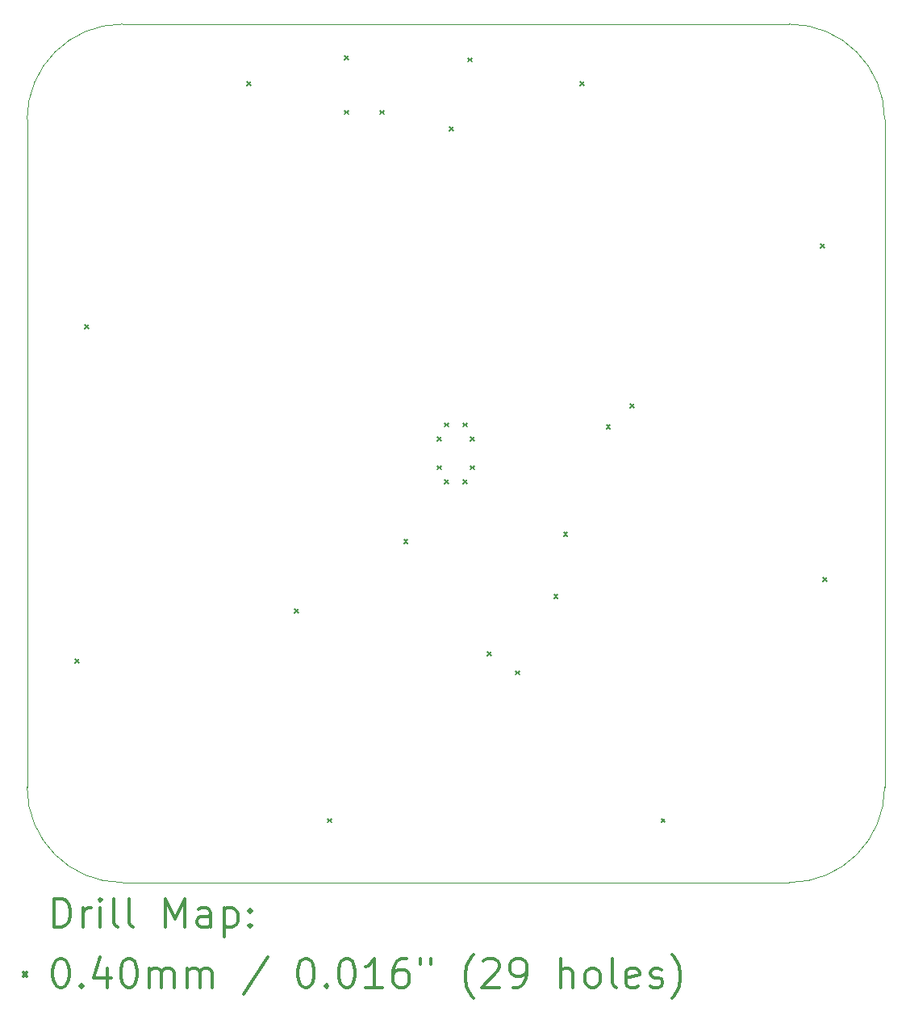
<source format=gbr>
%FSLAX45Y45*%
G04 Gerber Fmt 4.5, Leading zero omitted, Abs format (unit mm)*
G04 Created by KiCad (PCBNEW (5.1.8)-1) date 2021-04-18 14:38:34*
%MOMM*%
%LPD*%
G01*
G04 APERTURE LIST*
%TA.AperFunction,Profile*%
%ADD10C,0.050000*%
%TD*%
%ADD11C,0.200000*%
%ADD12C,0.300000*%
G04 APERTURE END LIST*
D10*
X5500000Y-14000000D02*
G75*
G02*
X4500000Y-13000000I0J1000000D01*
G01*
X13500000Y-13000000D02*
G75*
G02*
X12500000Y-14000000I-1000000J0D01*
G01*
X12500000Y-5000000D02*
G75*
G02*
X13500000Y-6000000I0J-1000000D01*
G01*
X13500000Y-6000000D02*
X13500000Y-13000000D01*
X5500000Y-14000000D02*
X12500000Y-14000000D01*
X5500000Y-5000000D02*
X12500000Y-5000000D01*
X4500000Y-6000000D02*
G75*
G02*
X5500000Y-5000000I1000000J0D01*
G01*
X4500000Y-6000000D02*
X4500000Y-13000000D01*
D11*
X5005000Y-11655000D02*
X5045000Y-11695000D01*
X5045000Y-11655000D02*
X5005000Y-11695000D01*
X5105000Y-8155000D02*
X5145000Y-8195000D01*
X5145000Y-8155000D02*
X5105000Y-8195000D01*
X6805000Y-5605000D02*
X6845000Y-5645000D01*
X6845000Y-5605000D02*
X6805000Y-5645000D01*
X7305000Y-11130000D02*
X7345000Y-11170000D01*
X7345000Y-11130000D02*
X7305000Y-11170000D01*
X7655000Y-13330000D02*
X7695000Y-13370000D01*
X7695000Y-13330000D02*
X7655000Y-13370000D01*
X7830000Y-5330000D02*
X7870000Y-5370000D01*
X7870000Y-5330000D02*
X7830000Y-5370000D01*
X7830000Y-5905000D02*
X7870000Y-5945000D01*
X7870000Y-5905000D02*
X7830000Y-5945000D01*
X8205000Y-5905000D02*
X8245000Y-5945000D01*
X8245000Y-5905000D02*
X8205000Y-5945000D01*
X8455000Y-10405000D02*
X8495000Y-10445000D01*
X8495000Y-10405000D02*
X8455000Y-10445000D01*
X8805000Y-9330000D02*
X8845000Y-9370000D01*
X8845000Y-9330000D02*
X8805000Y-9370000D01*
X8805000Y-9630000D02*
X8845000Y-9670000D01*
X8845000Y-9630000D02*
X8805000Y-9670000D01*
X8880000Y-9180000D02*
X8920000Y-9220000D01*
X8920000Y-9180000D02*
X8880000Y-9220000D01*
X8880000Y-9780000D02*
X8920000Y-9820000D01*
X8920000Y-9780000D02*
X8880000Y-9820000D01*
X8930000Y-6080000D02*
X8970000Y-6120000D01*
X8970000Y-6080000D02*
X8930000Y-6120000D01*
X9080000Y-9180000D02*
X9120000Y-9220000D01*
X9120000Y-9180000D02*
X9080000Y-9220000D01*
X9080000Y-9780000D02*
X9120000Y-9820000D01*
X9120000Y-9780000D02*
X9080000Y-9820000D01*
X9130000Y-5355000D02*
X9170000Y-5395000D01*
X9170000Y-5355000D02*
X9130000Y-5395000D01*
X9155000Y-9330000D02*
X9195000Y-9370000D01*
X9195000Y-9330000D02*
X9155000Y-9370000D01*
X9155000Y-9630000D02*
X9195000Y-9670000D01*
X9195000Y-9630000D02*
X9155000Y-9670000D01*
X9330000Y-11580000D02*
X9370000Y-11620000D01*
X9370000Y-11580000D02*
X9330000Y-11620000D01*
X9630000Y-11780000D02*
X9670000Y-11820000D01*
X9670000Y-11780000D02*
X9630000Y-11820000D01*
X10030000Y-10980000D02*
X10070000Y-11020000D01*
X10070000Y-10980000D02*
X10030000Y-11020000D01*
X10130000Y-10330000D02*
X10170000Y-10370000D01*
X10170000Y-10330000D02*
X10130000Y-10370000D01*
X10305000Y-5605000D02*
X10345000Y-5645000D01*
X10345000Y-5605000D02*
X10305000Y-5645000D01*
X10580000Y-9205000D02*
X10620000Y-9245000D01*
X10620000Y-9205000D02*
X10580000Y-9245000D01*
X10830000Y-8980000D02*
X10870000Y-9020000D01*
X10870000Y-8980000D02*
X10830000Y-9020000D01*
X11155000Y-13330000D02*
X11195000Y-13370000D01*
X11195000Y-13330000D02*
X11155000Y-13370000D01*
X12830000Y-7305000D02*
X12870000Y-7345000D01*
X12870000Y-7305000D02*
X12830000Y-7345000D01*
X12855000Y-10805000D02*
X12895000Y-10845000D01*
X12895000Y-10805000D02*
X12855000Y-10845000D01*
D12*
X4783928Y-14468214D02*
X4783928Y-14168214D01*
X4855357Y-14168214D01*
X4898214Y-14182500D01*
X4926786Y-14211071D01*
X4941071Y-14239643D01*
X4955357Y-14296786D01*
X4955357Y-14339643D01*
X4941071Y-14396786D01*
X4926786Y-14425357D01*
X4898214Y-14453929D01*
X4855357Y-14468214D01*
X4783928Y-14468214D01*
X5083928Y-14468214D02*
X5083928Y-14268214D01*
X5083928Y-14325357D02*
X5098214Y-14296786D01*
X5112500Y-14282500D01*
X5141071Y-14268214D01*
X5169643Y-14268214D01*
X5269643Y-14468214D02*
X5269643Y-14268214D01*
X5269643Y-14168214D02*
X5255357Y-14182500D01*
X5269643Y-14196786D01*
X5283928Y-14182500D01*
X5269643Y-14168214D01*
X5269643Y-14196786D01*
X5455357Y-14468214D02*
X5426786Y-14453929D01*
X5412500Y-14425357D01*
X5412500Y-14168214D01*
X5612500Y-14468214D02*
X5583928Y-14453929D01*
X5569643Y-14425357D01*
X5569643Y-14168214D01*
X5955357Y-14468214D02*
X5955357Y-14168214D01*
X6055357Y-14382500D01*
X6155357Y-14168214D01*
X6155357Y-14468214D01*
X6426786Y-14468214D02*
X6426786Y-14311071D01*
X6412500Y-14282500D01*
X6383928Y-14268214D01*
X6326786Y-14268214D01*
X6298214Y-14282500D01*
X6426786Y-14453929D02*
X6398214Y-14468214D01*
X6326786Y-14468214D01*
X6298214Y-14453929D01*
X6283928Y-14425357D01*
X6283928Y-14396786D01*
X6298214Y-14368214D01*
X6326786Y-14353929D01*
X6398214Y-14353929D01*
X6426786Y-14339643D01*
X6569643Y-14268214D02*
X6569643Y-14568214D01*
X6569643Y-14282500D02*
X6598214Y-14268214D01*
X6655357Y-14268214D01*
X6683928Y-14282500D01*
X6698214Y-14296786D01*
X6712500Y-14325357D01*
X6712500Y-14411071D01*
X6698214Y-14439643D01*
X6683928Y-14453929D01*
X6655357Y-14468214D01*
X6598214Y-14468214D01*
X6569643Y-14453929D01*
X6841071Y-14439643D02*
X6855357Y-14453929D01*
X6841071Y-14468214D01*
X6826786Y-14453929D01*
X6841071Y-14439643D01*
X6841071Y-14468214D01*
X6841071Y-14282500D02*
X6855357Y-14296786D01*
X6841071Y-14311071D01*
X6826786Y-14296786D01*
X6841071Y-14282500D01*
X6841071Y-14311071D01*
X4457500Y-14942500D02*
X4497500Y-14982500D01*
X4497500Y-14942500D02*
X4457500Y-14982500D01*
X4841071Y-14798214D02*
X4869643Y-14798214D01*
X4898214Y-14812500D01*
X4912500Y-14826786D01*
X4926786Y-14855357D01*
X4941071Y-14912500D01*
X4941071Y-14983929D01*
X4926786Y-15041071D01*
X4912500Y-15069643D01*
X4898214Y-15083929D01*
X4869643Y-15098214D01*
X4841071Y-15098214D01*
X4812500Y-15083929D01*
X4798214Y-15069643D01*
X4783928Y-15041071D01*
X4769643Y-14983929D01*
X4769643Y-14912500D01*
X4783928Y-14855357D01*
X4798214Y-14826786D01*
X4812500Y-14812500D01*
X4841071Y-14798214D01*
X5069643Y-15069643D02*
X5083928Y-15083929D01*
X5069643Y-15098214D01*
X5055357Y-15083929D01*
X5069643Y-15069643D01*
X5069643Y-15098214D01*
X5341071Y-14898214D02*
X5341071Y-15098214D01*
X5269643Y-14783929D02*
X5198214Y-14998214D01*
X5383928Y-14998214D01*
X5555357Y-14798214D02*
X5583928Y-14798214D01*
X5612500Y-14812500D01*
X5626786Y-14826786D01*
X5641071Y-14855357D01*
X5655357Y-14912500D01*
X5655357Y-14983929D01*
X5641071Y-15041071D01*
X5626786Y-15069643D01*
X5612500Y-15083929D01*
X5583928Y-15098214D01*
X5555357Y-15098214D01*
X5526786Y-15083929D01*
X5512500Y-15069643D01*
X5498214Y-15041071D01*
X5483928Y-14983929D01*
X5483928Y-14912500D01*
X5498214Y-14855357D01*
X5512500Y-14826786D01*
X5526786Y-14812500D01*
X5555357Y-14798214D01*
X5783928Y-15098214D02*
X5783928Y-14898214D01*
X5783928Y-14926786D02*
X5798214Y-14912500D01*
X5826786Y-14898214D01*
X5869643Y-14898214D01*
X5898214Y-14912500D01*
X5912500Y-14941071D01*
X5912500Y-15098214D01*
X5912500Y-14941071D02*
X5926786Y-14912500D01*
X5955357Y-14898214D01*
X5998214Y-14898214D01*
X6026786Y-14912500D01*
X6041071Y-14941071D01*
X6041071Y-15098214D01*
X6183928Y-15098214D02*
X6183928Y-14898214D01*
X6183928Y-14926786D02*
X6198214Y-14912500D01*
X6226786Y-14898214D01*
X6269643Y-14898214D01*
X6298214Y-14912500D01*
X6312500Y-14941071D01*
X6312500Y-15098214D01*
X6312500Y-14941071D02*
X6326786Y-14912500D01*
X6355357Y-14898214D01*
X6398214Y-14898214D01*
X6426786Y-14912500D01*
X6441071Y-14941071D01*
X6441071Y-15098214D01*
X7026786Y-14783929D02*
X6769643Y-15169643D01*
X7412500Y-14798214D02*
X7441071Y-14798214D01*
X7469643Y-14812500D01*
X7483928Y-14826786D01*
X7498214Y-14855357D01*
X7512500Y-14912500D01*
X7512500Y-14983929D01*
X7498214Y-15041071D01*
X7483928Y-15069643D01*
X7469643Y-15083929D01*
X7441071Y-15098214D01*
X7412500Y-15098214D01*
X7383928Y-15083929D01*
X7369643Y-15069643D01*
X7355357Y-15041071D01*
X7341071Y-14983929D01*
X7341071Y-14912500D01*
X7355357Y-14855357D01*
X7369643Y-14826786D01*
X7383928Y-14812500D01*
X7412500Y-14798214D01*
X7641071Y-15069643D02*
X7655357Y-15083929D01*
X7641071Y-15098214D01*
X7626786Y-15083929D01*
X7641071Y-15069643D01*
X7641071Y-15098214D01*
X7841071Y-14798214D02*
X7869643Y-14798214D01*
X7898214Y-14812500D01*
X7912500Y-14826786D01*
X7926786Y-14855357D01*
X7941071Y-14912500D01*
X7941071Y-14983929D01*
X7926786Y-15041071D01*
X7912500Y-15069643D01*
X7898214Y-15083929D01*
X7869643Y-15098214D01*
X7841071Y-15098214D01*
X7812500Y-15083929D01*
X7798214Y-15069643D01*
X7783928Y-15041071D01*
X7769643Y-14983929D01*
X7769643Y-14912500D01*
X7783928Y-14855357D01*
X7798214Y-14826786D01*
X7812500Y-14812500D01*
X7841071Y-14798214D01*
X8226786Y-15098214D02*
X8055357Y-15098214D01*
X8141071Y-15098214D02*
X8141071Y-14798214D01*
X8112500Y-14841071D01*
X8083928Y-14869643D01*
X8055357Y-14883929D01*
X8483928Y-14798214D02*
X8426786Y-14798214D01*
X8398214Y-14812500D01*
X8383928Y-14826786D01*
X8355357Y-14869643D01*
X8341071Y-14926786D01*
X8341071Y-15041071D01*
X8355357Y-15069643D01*
X8369643Y-15083929D01*
X8398214Y-15098214D01*
X8455357Y-15098214D01*
X8483928Y-15083929D01*
X8498214Y-15069643D01*
X8512500Y-15041071D01*
X8512500Y-14969643D01*
X8498214Y-14941071D01*
X8483928Y-14926786D01*
X8455357Y-14912500D01*
X8398214Y-14912500D01*
X8369643Y-14926786D01*
X8355357Y-14941071D01*
X8341071Y-14969643D01*
X8626786Y-14798214D02*
X8626786Y-14855357D01*
X8741071Y-14798214D02*
X8741071Y-14855357D01*
X9183928Y-15212500D02*
X9169643Y-15198214D01*
X9141071Y-15155357D01*
X9126786Y-15126786D01*
X9112500Y-15083929D01*
X9098214Y-15012500D01*
X9098214Y-14955357D01*
X9112500Y-14883929D01*
X9126786Y-14841071D01*
X9141071Y-14812500D01*
X9169643Y-14769643D01*
X9183928Y-14755357D01*
X9283928Y-14826786D02*
X9298214Y-14812500D01*
X9326786Y-14798214D01*
X9398214Y-14798214D01*
X9426786Y-14812500D01*
X9441071Y-14826786D01*
X9455357Y-14855357D01*
X9455357Y-14883929D01*
X9441071Y-14926786D01*
X9269643Y-15098214D01*
X9455357Y-15098214D01*
X9598214Y-15098214D02*
X9655357Y-15098214D01*
X9683928Y-15083929D01*
X9698214Y-15069643D01*
X9726786Y-15026786D01*
X9741071Y-14969643D01*
X9741071Y-14855357D01*
X9726786Y-14826786D01*
X9712500Y-14812500D01*
X9683928Y-14798214D01*
X9626786Y-14798214D01*
X9598214Y-14812500D01*
X9583928Y-14826786D01*
X9569643Y-14855357D01*
X9569643Y-14926786D01*
X9583928Y-14955357D01*
X9598214Y-14969643D01*
X9626786Y-14983929D01*
X9683928Y-14983929D01*
X9712500Y-14969643D01*
X9726786Y-14955357D01*
X9741071Y-14926786D01*
X10098214Y-15098214D02*
X10098214Y-14798214D01*
X10226786Y-15098214D02*
X10226786Y-14941071D01*
X10212500Y-14912500D01*
X10183928Y-14898214D01*
X10141071Y-14898214D01*
X10112500Y-14912500D01*
X10098214Y-14926786D01*
X10412500Y-15098214D02*
X10383928Y-15083929D01*
X10369643Y-15069643D01*
X10355357Y-15041071D01*
X10355357Y-14955357D01*
X10369643Y-14926786D01*
X10383928Y-14912500D01*
X10412500Y-14898214D01*
X10455357Y-14898214D01*
X10483928Y-14912500D01*
X10498214Y-14926786D01*
X10512500Y-14955357D01*
X10512500Y-15041071D01*
X10498214Y-15069643D01*
X10483928Y-15083929D01*
X10455357Y-15098214D01*
X10412500Y-15098214D01*
X10683928Y-15098214D02*
X10655357Y-15083929D01*
X10641071Y-15055357D01*
X10641071Y-14798214D01*
X10912500Y-15083929D02*
X10883928Y-15098214D01*
X10826786Y-15098214D01*
X10798214Y-15083929D01*
X10783928Y-15055357D01*
X10783928Y-14941071D01*
X10798214Y-14912500D01*
X10826786Y-14898214D01*
X10883928Y-14898214D01*
X10912500Y-14912500D01*
X10926786Y-14941071D01*
X10926786Y-14969643D01*
X10783928Y-14998214D01*
X11041071Y-15083929D02*
X11069643Y-15098214D01*
X11126786Y-15098214D01*
X11155357Y-15083929D01*
X11169643Y-15055357D01*
X11169643Y-15041071D01*
X11155357Y-15012500D01*
X11126786Y-14998214D01*
X11083928Y-14998214D01*
X11055357Y-14983929D01*
X11041071Y-14955357D01*
X11041071Y-14941071D01*
X11055357Y-14912500D01*
X11083928Y-14898214D01*
X11126786Y-14898214D01*
X11155357Y-14912500D01*
X11269643Y-15212500D02*
X11283928Y-15198214D01*
X11312500Y-15155357D01*
X11326786Y-15126786D01*
X11341071Y-15083929D01*
X11355357Y-15012500D01*
X11355357Y-14955357D01*
X11341071Y-14883929D01*
X11326786Y-14841071D01*
X11312500Y-14812500D01*
X11283928Y-14769643D01*
X11269643Y-14755357D01*
M02*

</source>
